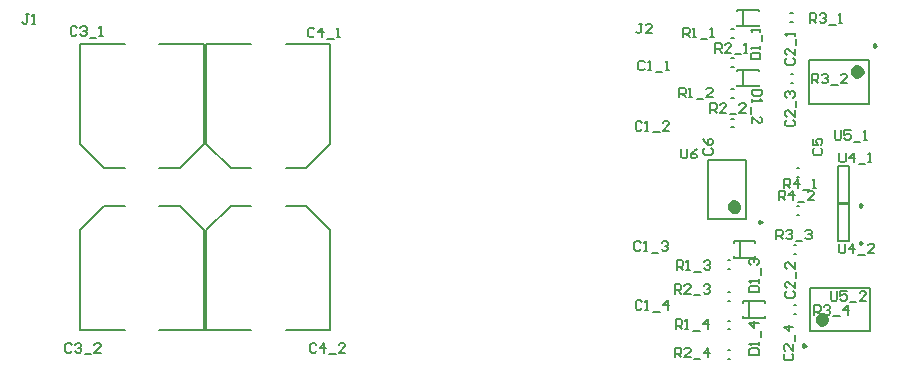
<source format=gto>
G04*
G04 #@! TF.GenerationSoftware,Altium Limited,Altium Designer,20.1.12 (249)*
G04*
G04 Layer_Color=65535*
%FSLAX25Y25*%
%MOIN*%
G70*
G04*
G04 #@! TF.SameCoordinates,D57ADFAC-2A33-4F97-B865-62DE6D2BA241*
G04*
G04*
G04 #@! TF.FilePolarity,Positive*
G04*
G01*
G75*
%ADD10C,0.00984*%
%ADD11C,0.02362*%
%ADD12C,0.00394*%
%ADD13C,0.00787*%
%ADD14C,0.00600*%
D10*
X282579Y41043D02*
X281840Y41469D01*
Y40617D01*
X282579Y41043D01*
Y53642D02*
X281840Y54068D01*
Y53215D01*
X282579Y53642D01*
X249016Y48110D02*
X248278Y48536D01*
Y47684D01*
X249016Y48110D01*
X263681Y6890D02*
X262943Y7316D01*
Y6464D01*
X263681Y6890D01*
X287303Y106890D02*
X286565Y107316D01*
Y106464D01*
X287303Y106890D01*
D11*
X240945Y53150D02*
X240500Y54073D01*
X239501Y54301D01*
X238700Y53662D01*
Y52637D01*
X239501Y51998D01*
X240500Y52226D01*
X240945Y53150D01*
X270276Y15551D02*
X269831Y16475D01*
X268832Y16703D01*
X268030Y16064D01*
Y15039D01*
X268832Y14400D01*
X269831Y14628D01*
X270276Y15551D01*
X282087Y98228D02*
X281642Y99152D01*
X280643Y99380D01*
X279841Y98741D01*
Y97716D01*
X280643Y97077D01*
X281642Y97305D01*
X282087Y98228D01*
D12*
X240551Y21161D02*
D03*
X237402Y41240D02*
D03*
X238583Y98327D02*
D03*
Y118405D02*
D03*
D13*
X274606Y41929D02*
X278150D01*
X274606Y54134D02*
X278150D01*
Y41929D02*
Y54134D01*
X274606Y41929D02*
Y54134D01*
Y54528D02*
X278150D01*
X274606Y66732D02*
X278150D01*
Y54528D02*
Y66732D01*
X274606Y54528D02*
Y66732D01*
X243701Y49213D02*
Y68898D01*
X231102Y49213D02*
Y68898D01*
Y49213D02*
X243701D01*
X231102Y68898D02*
X243701D01*
X259744Y17421D02*
X260531D01*
X259744Y20374D02*
X260531D01*
X242913Y21654D02*
X250000D01*
X242913Y16142D02*
X250000D01*
X242913Y21161D02*
X242913Y21654D01*
X250000Y21161D02*
X250000Y21654D01*
X242913Y16634D02*
X242913Y16142D01*
X250000Y16634D02*
X250000Y16142D01*
X244882D02*
Y21654D01*
X237697Y12303D02*
X238484D01*
X237697Y15256D02*
X238484D01*
X237697Y2461D02*
X238484D01*
X237697Y5413D02*
X238484D01*
X239764Y41732D02*
X246850D01*
X239764Y36220D02*
X246850D01*
X239764Y41732D02*
X239764Y41240D01*
X246850D02*
Y41732D01*
X239764Y36220D02*
Y36713D01*
X246850Y36220D02*
Y36713D01*
X241732Y36220D02*
Y41732D01*
X259842Y37500D02*
X260630D01*
X259842Y40453D02*
X260630D01*
X237795Y32382D02*
X238583D01*
X237795Y35335D02*
X238583D01*
X237795Y21752D02*
X238583D01*
X237795Y24705D02*
X238583D01*
X265158Y11614D02*
X285236D01*
X265158Y26181D02*
X285236D01*
X265158Y11614D02*
Y26181D01*
X285236Y11614D02*
Y26181D01*
X63976Y12008D02*
Y45276D01*
Y12008D02*
X78937D01*
X90354D02*
X105315D01*
Y45276D01*
X72047Y53347D02*
X78937D01*
X63976Y45276D02*
X72047Y53347D01*
X97244D02*
X105315Y45276D01*
X90354Y53347D02*
X97244D01*
X21850Y12008D02*
Y45276D01*
Y12008D02*
X36811D01*
X48228D02*
X63189D01*
Y45276D01*
X29921Y53347D02*
X36811D01*
X21850Y45276D02*
X29921Y53347D01*
X55118D02*
X63189Y45276D01*
X48228Y53347D02*
X55118D01*
X260728Y50492D02*
X261516D01*
X260728Y53445D02*
X261516D01*
X240945Y98819D02*
X248031D01*
X240945Y93307D02*
X248031D01*
X240945Y98819D02*
X240945Y98327D01*
X248031D02*
Y98819D01*
X240945Y93307D02*
X240945Y93799D01*
X248031Y93307D02*
Y93799D01*
X242913Y93307D02*
Y98819D01*
X258661Y94587D02*
X259449D01*
X258661Y97539D02*
X259449D01*
X238878Y89468D02*
X239665D01*
X238878Y92421D02*
X239665D01*
X238878Y79626D02*
X239665D01*
X238878Y82579D02*
X239665D01*
X240945Y118898D02*
X248031D01*
X240945Y113386D02*
X248031D01*
X240945Y118898D02*
X240945Y118405D01*
X248031D02*
Y118898D01*
X240945Y113386D02*
X240945Y113878D01*
X248031Y113386D02*
Y113878D01*
X242913Y113386D02*
Y118898D01*
X258563Y114665D02*
X259350D01*
X258563Y117618D02*
X259350D01*
X238878Y109547D02*
X239665D01*
X238878Y112500D02*
X239665D01*
X238878Y99705D02*
X239665D01*
X238878Y102657D02*
X239665D01*
X264764Y102165D02*
X284842D01*
X264764Y87598D02*
X284842D01*
Y102165D01*
X264764Y87598D02*
Y102165D01*
X105315Y74016D02*
Y107283D01*
X90354D02*
X105315D01*
X63976D02*
X78937D01*
X63976Y74016D02*
Y107283D01*
X90354Y65945D02*
X97244D01*
X105315Y74016D01*
X63976D02*
X72047Y65945D01*
X78937D01*
X63189Y74016D02*
Y107283D01*
X48228D02*
X63189D01*
X21850D02*
X36811D01*
X21850Y74016D02*
Y107283D01*
X48228Y65945D02*
X55118D01*
X63189Y74016D01*
X21850D02*
X29921Y65945D01*
X36811D01*
X260728Y63090D02*
X261516D01*
X260728Y66043D02*
X261516D01*
D14*
X222137Y72466D02*
Y69800D01*
X222671Y69267D01*
X223737D01*
X224270Y69800D01*
Y72466D01*
X227469D02*
X226403Y71933D01*
X225336Y70866D01*
Y69800D01*
X225869Y69267D01*
X226936D01*
X227469Y69800D01*
Y70333D01*
X226936Y70866D01*
X225336D01*
X272088Y25094D02*
Y22429D01*
X272621Y21895D01*
X273688D01*
X274221Y22429D01*
Y25094D01*
X277420D02*
X275287D01*
Y23495D01*
X276353Y24028D01*
X276886D01*
X277420Y23495D01*
Y22429D01*
X276886Y21895D01*
X275820D01*
X275287Y22429D01*
X278486Y21362D02*
X280619D01*
X283818Y21895D02*
X281685D01*
X283818Y24028D01*
Y24561D01*
X283284Y25094D01*
X282218D01*
X281685Y24561D01*
X273409Y78638D02*
Y75972D01*
X273942Y75439D01*
X275008D01*
X275541Y75972D01*
Y78638D01*
X278740D02*
X276607D01*
Y77038D01*
X277674Y77571D01*
X278207D01*
X278740Y77038D01*
Y75972D01*
X278207Y75439D01*
X277141D01*
X276607Y75972D01*
X279806Y74906D02*
X281939D01*
X283005Y75439D02*
X284072D01*
X283539D01*
Y78638D01*
X283005Y78105D01*
X274844Y40843D02*
Y38177D01*
X275377Y37644D01*
X276443D01*
X276976Y38177D01*
Y40843D01*
X279642Y37644D02*
Y40843D01*
X278043Y39243D01*
X280175D01*
X281242Y37110D02*
X283375D01*
X286573Y37644D02*
X284441D01*
X286573Y39776D01*
Y40309D01*
X286040Y40843D01*
X284974D01*
X284441Y40309D01*
X274983Y71157D02*
Y68492D01*
X275517Y67958D01*
X276583D01*
X277116Y68492D01*
Y71157D01*
X279782Y67958D02*
Y71157D01*
X278182Y69558D01*
X280315D01*
X281381Y67425D02*
X283514D01*
X284580Y67958D02*
X285647D01*
X285113D01*
Y71157D01*
X284580Y70624D01*
X254765Y55360D02*
Y58559D01*
X256365D01*
X256898Y58026D01*
Y56959D01*
X256365Y56426D01*
X254765D01*
X255832D02*
X256898Y55360D01*
X259564D02*
Y58559D01*
X257964Y56959D01*
X260097D01*
X261163Y54827D02*
X263296D01*
X266495Y55360D02*
X264362D01*
X266495Y57493D01*
Y58026D01*
X265962Y58559D01*
X264895D01*
X264362Y58026D01*
X256479Y59297D02*
Y62496D01*
X258079D01*
X258612Y61963D01*
Y60896D01*
X258079Y60363D01*
X256479D01*
X257546D02*
X258612Y59297D01*
X261278D02*
Y62496D01*
X259678Y60896D01*
X261811D01*
X262877Y58764D02*
X265010D01*
X266076Y59297D02*
X267143D01*
X266610D01*
Y62496D01*
X266076Y61963D01*
X266576Y17171D02*
Y20370D01*
X268176D01*
X268709Y19837D01*
Y18770D01*
X268176Y18237D01*
X266576D01*
X267642D02*
X268709Y17171D01*
X269775Y19837D02*
X270308Y20370D01*
X271375D01*
X271908Y19837D01*
Y19304D01*
X271375Y18770D01*
X270842D01*
X271375D01*
X271908Y18237D01*
Y17704D01*
X271375Y17171D01*
X270308D01*
X269775Y17704D01*
X272974Y16638D02*
X275107D01*
X277773Y17171D02*
Y20370D01*
X276173Y18770D01*
X278306D01*
X253978Y42368D02*
Y45567D01*
X255577D01*
X256110Y45034D01*
Y43967D01*
X255577Y43434D01*
X253978D01*
X255044D02*
X256110Y42368D01*
X257177Y45034D02*
X257710Y45567D01*
X258776D01*
X259309Y45034D01*
Y44500D01*
X258776Y43967D01*
X258243D01*
X258776D01*
X259309Y43434D01*
Y42901D01*
X258776Y42368D01*
X257710D01*
X257177Y42901D01*
X260376Y41835D02*
X262508D01*
X263575Y45034D02*
X264108Y45567D01*
X265174D01*
X265707Y45034D01*
Y44500D01*
X265174Y43967D01*
X264641D01*
X265174D01*
X265707Y43434D01*
Y42901D01*
X265174Y42368D01*
X264108D01*
X263575Y42901D01*
X265789Y94336D02*
Y97535D01*
X267388D01*
X267921Y97002D01*
Y95936D01*
X267388Y95403D01*
X265789D01*
X266855D02*
X267921Y94336D01*
X268988Y97002D02*
X269521Y97535D01*
X270587D01*
X271120Y97002D01*
Y96469D01*
X270587Y95936D01*
X270054D01*
X270587D01*
X271120Y95403D01*
Y94870D01*
X270587Y94336D01*
X269521D01*
X268988Y94870D01*
X272187Y93803D02*
X274319D01*
X277518Y94336D02*
X275386D01*
X277518Y96469D01*
Y97002D01*
X276985Y97535D01*
X275919D01*
X275386Y97002D01*
X265141Y114415D02*
Y117614D01*
X266740D01*
X267273Y117081D01*
Y116015D01*
X266740Y115481D01*
X265141D01*
X266207D02*
X267273Y114415D01*
X268340Y117081D02*
X268873Y117614D01*
X269939D01*
X270472Y117081D01*
Y116548D01*
X269939Y116015D01*
X269406D01*
X269939D01*
X270472Y115481D01*
Y114948D01*
X269939Y114415D01*
X268873D01*
X268340Y114948D01*
X271539Y113882D02*
X273671D01*
X274738Y114415D02*
X275804D01*
X275271D01*
Y117614D01*
X274738Y117081D01*
X220120Y2998D02*
Y6197D01*
X221719D01*
X222252Y5664D01*
Y4597D01*
X221719Y4064D01*
X220120D01*
X221186D02*
X222252Y2998D01*
X225451D02*
X223318D01*
X225451Y5130D01*
Y5664D01*
X224918Y6197D01*
X223852D01*
X223318Y5664D01*
X226517Y2465D02*
X228650D01*
X231316Y2998D02*
Y6197D01*
X229716Y4597D01*
X231849D01*
X220120Y24258D02*
Y27457D01*
X221719D01*
X222252Y26923D01*
Y25857D01*
X221719Y25324D01*
X220120D01*
X221186D02*
X222252Y24258D01*
X225451D02*
X223318D01*
X225451Y26390D01*
Y26923D01*
X224918Y27457D01*
X223852D01*
X223318Y26923D01*
X226517Y23724D02*
X228650D01*
X229716Y26923D02*
X230250Y27457D01*
X231316D01*
X231849Y26923D01*
Y26390D01*
X231316Y25857D01*
X230783D01*
X231316D01*
X231849Y25324D01*
Y24791D01*
X231316Y24258D01*
X230250D01*
X229716Y24791D01*
X231930Y84494D02*
Y87693D01*
X233530D01*
X234063Y87160D01*
Y86093D01*
X233530Y85560D01*
X231930D01*
X232997D02*
X234063Y84494D01*
X237262D02*
X235129D01*
X237262Y86626D01*
Y87160D01*
X236729Y87693D01*
X235663D01*
X235129Y87160D01*
X238329Y83961D02*
X240461D01*
X243660Y84494D02*
X241527D01*
X243660Y86626D01*
Y87160D01*
X243127Y87693D01*
X242061D01*
X241527Y87160D01*
X233645Y104573D02*
Y107772D01*
X235244D01*
X235777Y107238D01*
Y106172D01*
X235244Y105639D01*
X233645D01*
X234711D02*
X235777Y104573D01*
X238976D02*
X236844D01*
X238976Y106705D01*
Y107238D01*
X238443Y107772D01*
X237377D01*
X236844Y107238D01*
X240043Y104040D02*
X242175D01*
X243242Y104573D02*
X244308D01*
X243775D01*
Y107772D01*
X243242Y107238D01*
X220386Y12447D02*
Y15646D01*
X221986D01*
X222519Y15112D01*
Y14046D01*
X221986Y13513D01*
X220386D01*
X221452D02*
X222519Y12447D01*
X223585D02*
X224651D01*
X224118D01*
Y15646D01*
X223585Y15112D01*
X226251Y11913D02*
X228383D01*
X231049Y12447D02*
Y15646D01*
X229450Y14046D01*
X231582D01*
X220780Y32132D02*
Y35331D01*
X222379D01*
X222912Y34797D01*
Y33731D01*
X222379Y33198D01*
X220780D01*
X221846D02*
X222912Y32132D01*
X223979D02*
X225045D01*
X224512D01*
Y35331D01*
X223979Y34797D01*
X226644Y31598D02*
X228777D01*
X229843Y34797D02*
X230377Y35331D01*
X231443D01*
X231976Y34797D01*
Y34264D01*
X231443Y33731D01*
X230910D01*
X231443D01*
X231976Y33198D01*
Y32665D01*
X231443Y32132D01*
X230377D01*
X229843Y32665D01*
X221567Y89612D02*
Y92811D01*
X223167D01*
X223700Y92278D01*
Y91211D01*
X223167Y90678D01*
X221567D01*
X222634D02*
X223700Y89612D01*
X224766D02*
X225833D01*
X225299D01*
Y92811D01*
X224766Y92278D01*
X227432Y89079D02*
X229565D01*
X232764Y89612D02*
X230631D01*
X232764Y91745D01*
Y92278D01*
X232230Y92811D01*
X231164D01*
X230631Y92278D01*
X222888Y109691D02*
Y112890D01*
X224487D01*
X225020Y112356D01*
Y111290D01*
X224487Y110757D01*
X222888D01*
X223954D02*
X225020Y109691D01*
X226087D02*
X227153D01*
X226620D01*
Y112890D01*
X226087Y112356D01*
X228752Y109158D02*
X230885D01*
X231951Y109691D02*
X233018D01*
X232485D01*
Y112890D01*
X231951Y112356D01*
X209309Y114198D02*
X208243D01*
X208776D01*
Y111532D01*
X208243Y110999D01*
X207710D01*
X207177Y111532D01*
X212508Y110999D02*
X210376D01*
X212508Y113132D01*
Y113665D01*
X211975Y114198D01*
X210909D01*
X210376Y113665D01*
X4724Y117348D02*
X3658D01*
X4191D01*
Y114682D01*
X3658Y114149D01*
X3125D01*
X2592Y114682D01*
X5791Y114149D02*
X6857D01*
X6324D01*
Y117348D01*
X5791Y116814D01*
X244984Y3851D02*
X248183D01*
Y5450D01*
X247650Y5983D01*
X245517D01*
X244984Y5450D01*
Y3851D01*
X248183Y7050D02*
Y8116D01*
Y7583D01*
X244984D01*
X245517Y7050D01*
X248716Y9715D02*
Y11848D01*
X248183Y14514D02*
X244984D01*
X246584Y12914D01*
Y15047D01*
X244984Y24717D02*
X248183D01*
Y26316D01*
X247650Y26849D01*
X245517D01*
X244984Y26316D01*
Y24717D01*
X248183Y27916D02*
Y28982D01*
Y28449D01*
X244984D01*
X245517Y27916D01*
X248716Y30582D02*
Y32714D01*
X245517Y33781D02*
X244984Y34314D01*
Y35380D01*
X245517Y35913D01*
X246051D01*
X246584Y35380D01*
Y34847D01*
Y35380D01*
X247117Y35913D01*
X247650D01*
X248183Y35380D01*
Y34314D01*
X247650Y33781D01*
X249110Y92212D02*
X245911D01*
Y90613D01*
X246444Y90080D01*
X248577D01*
X249110Y90613D01*
Y92212D01*
X245911Y89013D02*
Y87947D01*
Y88480D01*
X249110D01*
X248577Y89013D01*
X245378Y86348D02*
Y84215D01*
X245911Y81016D02*
Y83149D01*
X248044Y81016D01*
X248577D01*
X249110Y81549D01*
Y82616D01*
X248577Y83149D01*
X245378Y102415D02*
X248577D01*
Y104015D01*
X248044Y104548D01*
X245911D01*
X245378Y104015D01*
Y102415D01*
X248577Y105614D02*
Y106681D01*
Y106147D01*
X245378D01*
X245911Y105614D01*
X249110Y108280D02*
Y110413D01*
X248577Y111479D02*
Y112545D01*
Y112012D01*
X245378D01*
X245911Y111479D01*
X230036Y72695D02*
X229503Y72162D01*
Y71096D01*
X230036Y70562D01*
X232169D01*
X232702Y71096D01*
Y72162D01*
X232169Y72695D01*
X229503Y75894D02*
X230036Y74828D01*
X231102Y73761D01*
X232169D01*
X232702Y74295D01*
Y75361D01*
X232169Y75894D01*
X231635D01*
X231102Y75361D01*
Y73761D01*
X266650Y72695D02*
X266117Y72162D01*
Y71096D01*
X266650Y70562D01*
X268783D01*
X269316Y71096D01*
Y72162D01*
X268783Y72695D01*
X266117Y75894D02*
Y73761D01*
X267717D01*
X267183Y74828D01*
Y75361D01*
X267717Y75894D01*
X268783D01*
X269316Y75361D01*
Y74295D01*
X268783Y73761D01*
X100599Y7238D02*
X100065Y7772D01*
X98999D01*
X98466Y7238D01*
Y5106D01*
X98999Y4573D01*
X100065D01*
X100599Y5106D01*
X103264Y4573D02*
Y7772D01*
X101665Y6172D01*
X103798D01*
X104864Y4039D02*
X106997D01*
X110196Y4573D02*
X108063D01*
X110196Y6705D01*
Y7238D01*
X109662Y7772D01*
X108596D01*
X108063Y7238D01*
X99951Y112356D02*
X99418Y112890D01*
X98351D01*
X97818Y112356D01*
Y110224D01*
X98351Y109691D01*
X99418D01*
X99951Y110224D01*
X102617Y109691D02*
Y112890D01*
X101017Y111290D01*
X103150D01*
X104216Y109158D02*
X106349D01*
X107415Y109691D02*
X108481D01*
X107948D01*
Y112890D01*
X107415Y112356D01*
X19103Y7238D02*
X18569Y7772D01*
X17503D01*
X16970Y7238D01*
Y5106D01*
X17503Y4573D01*
X18569D01*
X19103Y5106D01*
X20169Y7238D02*
X20702Y7772D01*
X21768D01*
X22301Y7238D01*
Y6705D01*
X21768Y6172D01*
X21235D01*
X21768D01*
X22301Y5639D01*
Y5106D01*
X21768Y4573D01*
X20702D01*
X20169Y5106D01*
X23368Y4039D02*
X25501D01*
X28699Y4573D02*
X26567D01*
X28699Y6705D01*
Y7238D01*
X28166Y7772D01*
X27100D01*
X26567Y7238D01*
X20817Y112750D02*
X20284Y113283D01*
X19217D01*
X18684Y112750D01*
Y110618D01*
X19217Y110084D01*
X20284D01*
X20817Y110618D01*
X21883Y112750D02*
X22416Y113283D01*
X23483D01*
X24016Y112750D01*
Y112217D01*
X23483Y111684D01*
X22949D01*
X23483D01*
X24016Y111151D01*
Y110618D01*
X23483Y110084D01*
X22416D01*
X21883Y110618D01*
X25082Y109551D02*
X27215D01*
X28281Y110084D02*
X29347D01*
X28814D01*
Y113283D01*
X28281Y112750D01*
X256935Y4142D02*
X256402Y3609D01*
Y2542D01*
X256935Y2009D01*
X259068D01*
X259601Y2542D01*
Y3609D01*
X259068Y4142D01*
X259601Y7341D02*
Y5208D01*
X257468Y7341D01*
X256935D01*
X256402Y6808D01*
Y5741D01*
X256935Y5208D01*
X260134Y8407D02*
Y10540D01*
X259601Y13206D02*
X256402D01*
X258001Y11606D01*
Y13739D01*
X257329Y82095D02*
X256795Y81561D01*
Y80495D01*
X257329Y79962D01*
X259461D01*
X259994Y80495D01*
Y81561D01*
X259461Y82095D01*
X259994Y85294D02*
Y83161D01*
X257862Y85294D01*
X257329D01*
X256795Y84760D01*
Y83694D01*
X257329Y83161D01*
X260527Y86360D02*
Y88493D01*
X257329Y89559D02*
X256795Y90092D01*
Y91158D01*
X257329Y91691D01*
X257862D01*
X258395Y91158D01*
Y90625D01*
Y91158D01*
X258928Y91691D01*
X259461D01*
X259994Y91158D01*
Y90092D01*
X259461Y89559D01*
X257329Y25008D02*
X256795Y24475D01*
Y23408D01*
X257329Y22875D01*
X259461D01*
X259994Y23408D01*
Y24475D01*
X259461Y25008D01*
X259994Y28207D02*
Y26074D01*
X257862Y28207D01*
X257329D01*
X256795Y27674D01*
Y26607D01*
X257329Y26074D01*
X260527Y29273D02*
Y31406D01*
X259994Y34605D02*
Y32472D01*
X257862Y34605D01*
X257329D01*
X256795Y34072D01*
Y33005D01*
X257329Y32472D01*
Y102707D02*
X256795Y102173D01*
Y101107D01*
X257329Y100574D01*
X259461D01*
X259994Y101107D01*
Y102173D01*
X259461Y102707D01*
X259994Y105905D02*
Y103773D01*
X257862Y105905D01*
X257329D01*
X256795Y105372D01*
Y104306D01*
X257329Y103773D01*
X260527Y106972D02*
Y109105D01*
X259994Y110171D02*
Y111237D01*
Y110704D01*
X256795D01*
X257329Y110171D01*
X209133Y21412D02*
X208600Y21945D01*
X207533D01*
X207000Y21412D01*
Y19279D01*
X207533Y18746D01*
X208600D01*
X209133Y19279D01*
X210199Y18746D02*
X211265D01*
X210732D01*
Y21945D01*
X210199Y21412D01*
X212865Y18213D02*
X214998D01*
X217664Y18746D02*
Y21945D01*
X216064Y20345D01*
X218197D01*
X208739Y41097D02*
X208206Y41630D01*
X207140D01*
X206607Y41097D01*
Y38964D01*
X207140Y38431D01*
X208206D01*
X208739Y38964D01*
X209805Y38431D02*
X210872D01*
X210339D01*
Y41630D01*
X209805Y41097D01*
X212471Y37898D02*
X214604D01*
X215670Y41097D02*
X216203Y41630D01*
X217270D01*
X217803Y41097D01*
Y40563D01*
X217270Y40030D01*
X216737D01*
X217270D01*
X217803Y39497D01*
Y38964D01*
X217270Y38431D01*
X216203D01*
X215670Y38964D01*
X209133Y81254D02*
X208600Y81787D01*
X207533D01*
X207000Y81254D01*
Y79122D01*
X207533Y78588D01*
X208600D01*
X209133Y79122D01*
X210199Y78588D02*
X211265D01*
X210732D01*
Y81787D01*
X210199Y81254D01*
X212865Y78055D02*
X214998D01*
X218197Y78588D02*
X216064D01*
X218197Y80721D01*
Y81254D01*
X217664Y81787D01*
X216597D01*
X216064Y81254D01*
X210060Y101333D02*
X209527Y101866D01*
X208460D01*
X207927Y101333D01*
Y99200D01*
X208460Y98667D01*
X209527D01*
X210060Y99200D01*
X211126Y98667D02*
X212192D01*
X211659D01*
Y101866D01*
X211126Y101333D01*
X213792Y98134D02*
X215925D01*
X216991Y98667D02*
X218057D01*
X217524D01*
Y101866D01*
X216991Y101333D01*
M02*

</source>
